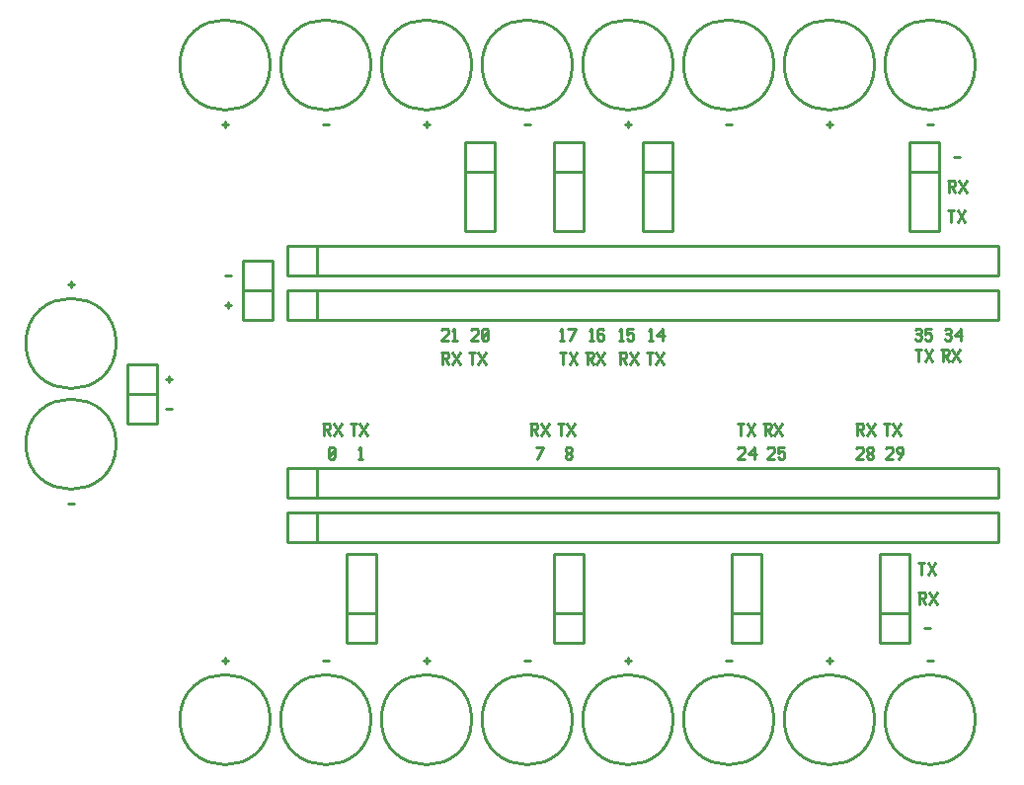
<source format=gbr>
G04 start of page 7 for group -4079 idx -4079 *
G04 Title: Lorcan, topsilk *
G04 Creator: pcb 4.2.2 *
G04 CreationDate: Fri Nov  6 00:57:51 2020 UTC *
G04 For: ericl *
G04 Format: Gerber/RS-274X *
G04 PCB-Dimensions (mil): 3420.00 2710.00 *
G04 PCB-Coordinate-Origin: lower left *
%MOIN*%
%FSLAX25Y25*%
%LNTOPSILK*%
%ADD36C,0.0100*%
G54D36*X194000Y113500D02*X194500Y113000D01*
X194000Y114300D02*Y113500D01*
Y114300D02*X194700Y115000D01*
X195300D01*
X196000Y114300D01*
Y113500D01*
X195500Y113000D02*X196000Y113500D01*
X194500Y113000D02*X195500D01*
X194000Y115700D02*X194700Y115000D01*
X194000Y116500D02*Y115700D01*
Y116500D02*X194500Y117000D01*
X195500D01*
X196000Y116500D01*
Y115700D01*
X195300Y115000D02*X196000Y115700D01*
X262000Y116500D02*X262500Y117000D01*
X264000D01*
X264500Y116500D01*
Y115500D01*
X262000Y113000D02*X264500Y115500D01*
X262000Y113000D02*X264500D01*
X265700Y117000D02*X267700D01*
X265700D02*Y115000D01*
X266200Y115500D01*
X267200D01*
X267700Y115000D01*
Y113500D01*
X267200Y113000D02*X267700Y113500D01*
X266200Y113000D02*X267200D01*
X265700Y113500D02*X266200Y113000D01*
X252000Y116500D02*X252500Y117000D01*
X254000D01*
X254500Y116500D01*
Y115500D01*
X252000Y113000D02*X254500Y115500D01*
X252000Y113000D02*X254500D01*
X255700Y114500D02*X257700Y117000D01*
X255700Y114500D02*X258200D01*
X257700Y117000D02*Y113000D01*
X292000Y116500D02*X292500Y117000D01*
X294000D01*
X294500Y116500D01*
Y115500D01*
X292000Y113000D02*X294500Y115500D01*
X292000Y113000D02*X294500D01*
X295700Y113500D02*X296200Y113000D01*
X295700Y114300D02*Y113500D01*
Y114300D02*X296400Y115000D01*
X297000D01*
X297700Y114300D01*
Y113500D01*
X297200Y113000D02*X297700Y113500D01*
X296200Y113000D02*X297200D01*
X295700Y115700D02*X296400Y115000D01*
X295700Y116500D02*Y115700D01*
Y116500D02*X296200Y117000D01*
X297200D01*
X297700Y116500D01*
Y115700D01*
X297000Y115000D02*X297700Y115700D01*
X302000Y116500D02*X302500Y117000D01*
X304000D01*
X304500Y116500D01*
Y115500D01*
X302000Y113000D02*X304500Y115500D01*
X302000Y113000D02*X304500D01*
X306200D02*X307700Y115000D01*
Y116500D02*Y115000D01*
X307200Y117000D02*X307700Y116500D01*
X306200Y117000D02*X307200D01*
X305700Y116500D02*X306200Y117000D01*
X305700Y116500D02*Y115500D01*
X306200Y115000D01*
X307700D01*
X292000Y125000D02*X294000D01*
X294500Y124500D01*
Y123500D01*
X294000Y123000D02*X294500Y123500D01*
X292500Y123000D02*X294000D01*
X292500Y125000D02*Y121000D01*
X293300Y123000D02*X294500Y121000D01*
X295700D02*X298200Y125000D01*
X295700D02*X298200Y121000D01*
X301200Y125000D02*X303200D01*
X302200D02*Y121000D01*
X304400D02*X306900Y125000D01*
X304400D02*X306900Y121000D01*
X252000Y125000D02*X254000D01*
X253000D02*Y121000D01*
X255200D02*X257700Y125000D01*
X255200D02*X257700Y121000D01*
X260700Y125000D02*X262700D01*
X263200Y124500D01*
Y123500D01*
X262700Y123000D02*X263200Y123500D01*
X261200Y123000D02*X262700D01*
X261200Y125000D02*Y121000D01*
X262000Y123000D02*X263200Y121000D01*
X264400D02*X266900Y125000D01*
X264400D02*X266900Y121000D01*
X312000Y156500D02*X312500Y157000D01*
X313500D01*
X314000Y156500D01*
X313500Y153000D02*X314000Y153500D01*
X312500Y153000D02*X313500D01*
X312000Y153500D02*X312500Y153000D01*
Y155200D02*X313500D01*
X314000Y156500D02*Y155700D01*
Y154700D02*Y153500D01*
Y154700D02*X313500Y155200D01*
X314000Y155700D02*X313500Y155200D01*
X315200Y157000D02*X317200D01*
X315200D02*Y155000D01*
X315700Y155500D01*
X316700D01*
X317200Y155000D01*
Y153500D01*
X316700Y153000D02*X317200Y153500D01*
X315700Y153000D02*X316700D01*
X315200Y153500D02*X315700Y153000D01*
X322000Y156500D02*X322500Y157000D01*
X323500D01*
X324000Y156500D01*
X323500Y153000D02*X324000Y153500D01*
X322500Y153000D02*X323500D01*
X322000Y153500D02*X322500Y153000D01*
Y155200D02*X323500D01*
X324000Y156500D02*Y155700D01*
Y154700D02*Y153500D01*
Y154700D02*X323500Y155200D01*
X324000Y155700D02*X323500Y155200D01*
X325200Y154500D02*X327200Y157000D01*
X325200Y154500D02*X327700D01*
X327200Y157000D02*Y153000D01*
X312000Y150000D02*X314000D01*
X313000D02*Y146000D01*
X315200D02*X317700Y150000D01*
X315200D02*X317700Y146000D01*
X320700Y150000D02*X322700D01*
X323200Y149500D01*
Y148500D01*
X322700Y148000D02*X323200Y148500D01*
X321200Y148000D02*X322700D01*
X321200Y150000D02*Y146000D01*
X322000Y148000D02*X323200Y146000D01*
X324400D02*X326900Y150000D01*
X324400D02*X326900Y146000D01*
X323000Y207000D02*X325000D01*
X325500Y206500D01*
Y205500D01*
X325000Y205000D02*X325500Y205500D01*
X323500Y205000D02*X325000D01*
X323500Y207000D02*Y203000D01*
X324300Y205000D02*X325500Y203000D01*
X326700D02*X329200Y207000D01*
X326700D02*X329200Y203000D01*
X325000Y215000D02*X327000D01*
X323000Y197000D02*X325000D01*
X324000D02*Y193000D01*
X326200D02*X328700Y197000D01*
X326200D02*X328700Y193000D01*
X212000Y149000D02*X214000D01*
X214500Y148500D01*
Y147500D01*
X214000Y147000D02*X214500Y147500D01*
X212500Y147000D02*X214000D01*
X212500Y149000D02*Y145000D01*
X213300Y147000D02*X214500Y145000D01*
X215700D02*X218200Y149000D01*
X215700D02*X218200Y145000D01*
X221200Y149000D02*X223200D01*
X222200D02*Y145000D01*
X224400D02*X226900Y149000D01*
X224400D02*X226900Y145000D01*
X180000Y226000D02*X182000D01*
X146000D02*X148000D01*
X147000Y227000D02*Y225000D01*
X214000Y226000D02*X216000D01*
X215000Y227000D02*Y225000D01*
X248000Y226000D02*X250000D01*
X282000D02*X284000D01*
X283000Y227000D02*Y225000D01*
X316000Y226000D02*X318000D01*
X79000Y165000D02*X81000D01*
X80000Y166000D02*Y164000D01*
X79000Y175000D02*X81000D01*
X59000Y130000D02*X61000D01*
X59000Y140000D02*X61000D01*
X60000Y141000D02*Y139000D01*
X78000Y45000D02*X80000D01*
X79000Y46000D02*Y44000D01*
X26000Y172000D02*X28000D01*
X27000Y173000D02*Y171000D01*
X26000Y98000D02*X28000D01*
X78000Y226000D02*X80000D01*
X79000Y227000D02*Y225000D01*
X112000Y226000D02*X114000D01*
Y113500D02*X114500Y113000D01*
X114000Y116500D02*Y113500D01*
Y116500D02*X114500Y117000D01*
X115500D01*
X116000Y116500D01*
Y113500D01*
X115500Y113000D02*X116000Y113500D01*
X114500Y113000D02*X115500D01*
X114000Y114000D02*X116000Y116000D01*
X124000Y116200D02*X124800Y117000D01*
Y113000D01*
X124000D02*X125500D01*
X112000Y125000D02*X114000D01*
X114500Y124500D01*
Y123500D01*
X114000Y123000D02*X114500Y123500D01*
X112500Y123000D02*X114000D01*
X112500Y125000D02*Y121000D01*
X113300Y123000D02*X114500Y121000D01*
X115700D02*X118200Y125000D01*
X115700D02*X118200Y121000D01*
X121200Y125000D02*X123200D01*
X122200D02*Y121000D01*
X124400D02*X126900Y125000D01*
X124400D02*X126900Y121000D01*
X162000Y156500D02*X162500Y157000D01*
X164000D01*
X164500Y156500D01*
Y155500D01*
X162000Y153000D02*X164500Y155500D01*
X162000Y153000D02*X164500D01*
X165700Y153500D02*X166200Y153000D01*
X165700Y156500D02*Y153500D01*
Y156500D02*X166200Y157000D01*
X167200D01*
X167700Y156500D01*
Y153500D01*
X167200Y153000D02*X167700Y153500D01*
X166200Y153000D02*X167200D01*
X165700Y154000D02*X167700Y156000D01*
X152000Y156500D02*X152500Y157000D01*
X154000D01*
X154500Y156500D01*
Y155500D01*
X152000Y153000D02*X154500Y155500D01*
X152000Y153000D02*X154500D01*
X155700Y156200D02*X156500Y157000D01*
Y153000D01*
X155700D02*X157200D01*
X152000Y149000D02*X154000D01*
X154500Y148500D01*
Y147500D01*
X154000Y147000D02*X154500Y147500D01*
X152500Y147000D02*X154000D01*
X152500Y149000D02*Y145000D01*
X153300Y147000D02*X154500Y145000D01*
X155700D02*X158200Y149000D01*
X155700D02*X158200Y145000D01*
X161200Y149000D02*X163200D01*
X162200D02*Y145000D01*
X164400D02*X166900Y149000D01*
X164400D02*X166900Y145000D01*
X192000Y149000D02*X194000D01*
X193000D02*Y145000D01*
X195200D02*X197700Y149000D01*
X195200D02*X197700Y145000D01*
X200700Y149000D02*X202700D01*
X203200Y148500D01*
Y147500D01*
X202700Y147000D02*X203200Y147500D01*
X201200Y147000D02*X202700D01*
X201200Y149000D02*Y145000D01*
X202000Y147000D02*X203200Y145000D01*
X204400D02*X206900Y149000D01*
X204400D02*X206900Y145000D01*
X192000Y156200D02*X192800Y157000D01*
Y153000D01*
X192000D02*X193500D01*
X195200D02*X197200Y157000D01*
X194700D02*X197200D01*
X202000Y156200D02*X202800Y157000D01*
Y153000D01*
X202000D02*X203500D01*
X206200Y157000D02*X206700Y156500D01*
X205200Y157000D02*X206200D01*
X204700Y156500D02*X205200Y157000D01*
X204700Y156500D02*Y153500D01*
X205200Y153000D01*
X206200Y155200D02*X206700Y154700D01*
X204700Y155200D02*X206200D01*
X205200Y153000D02*X206200D01*
X206700Y153500D01*
Y154700D02*Y153500D01*
X212000Y156200D02*X212800Y157000D01*
Y153000D01*
X212000D02*X213500D01*
X214700Y157000D02*X216700D01*
X214700D02*Y155000D01*
X215200Y155500D01*
X216200D01*
X216700Y155000D01*
Y153500D01*
X216200Y153000D02*X216700Y153500D01*
X215200Y153000D02*X216200D01*
X214700Y153500D02*X215200Y153000D01*
X222000Y156200D02*X222800Y157000D01*
Y153000D01*
X222000D02*X223500D01*
X224700Y154500D02*X226700Y157000D01*
X224700Y154500D02*X227200D01*
X226700Y157000D02*Y153000D01*
X112000Y45000D02*X114000D01*
X146000D02*X148000D01*
X147000Y46000D02*Y44000D01*
X180000Y45000D02*X182000D01*
X214000D02*X216000D01*
X215000Y46000D02*Y44000D01*
X248000Y45000D02*X250000D01*
X282000D02*X284000D01*
X283000Y46000D02*Y44000D01*
X316000Y45000D02*X318000D01*
X315000Y56000D02*X317000D01*
X313000Y78000D02*X315000D01*
X314000D02*Y74000D01*
X316200D02*X318700Y78000D01*
X316200D02*X318700Y74000D01*
X313000Y68000D02*X315000D01*
X315500Y67500D01*
Y66500D01*
X315000Y66000D02*X315500Y66500D01*
X313500Y66000D02*X315000D01*
X313500Y68000D02*Y64000D01*
X314300Y66000D02*X315500Y64000D01*
X316700D02*X319200Y68000D01*
X316700D02*X319200Y64000D01*
X184500Y113000D02*X186500Y117000D01*
X184000D02*X186500D01*
X182000Y125000D02*X184000D01*
X184500Y124500D01*
Y123500D01*
X184000Y123000D02*X184500Y123500D01*
X182500Y123000D02*X184000D01*
X182500Y125000D02*Y121000D01*
X183300Y123000D02*X184500Y121000D01*
X185700D02*X188200Y125000D01*
X185700D02*X188200Y121000D01*
X191200Y125000D02*X193200D01*
X192200D02*Y121000D01*
X194400D02*X196900Y125000D01*
X194400D02*X196900Y121000D01*
X11764Y152000D02*G75*G03X11764Y152000I15236J0D01*G01*
Y118000D02*G75*G03X11764Y118000I15236J0D01*G01*
X97764Y25000D02*G75*G03X97764Y25000I15236J0D01*G01*
X165764D02*G75*G03X165764Y25000I15236J0D01*G01*
X131764D02*G75*G03X131764Y25000I15236J0D01*G01*
X63764D02*G75*G03X63764Y25000I15236J0D01*G01*
X56000Y145000D02*Y125000D01*
X46000Y145000D02*X56000D01*
X46000D02*Y125000D01*
X56000D01*
X46000Y135000D02*X56000D01*
X46000D02*Y125000D01*
X100000Y100000D02*X340000D01*
Y110000D02*Y100000D01*
X100000Y110000D02*X340000D01*
X100000D02*Y100000D01*
X110000Y110000D02*Y100000D01*
X100000Y110000D02*X110000D01*
X260000Y81000D02*Y51000D01*
X250000Y81000D02*X260000D01*
X250000D02*Y51000D01*
X260000D01*
X250000Y61000D02*X260000D01*
X250000D02*Y51000D01*
X310000Y81000D02*Y51000D01*
X300000Y81000D02*X310000D01*
X300000D02*Y51000D01*
X310000D01*
X300000Y61000D02*X310000D01*
X300000D02*Y51000D01*
X200000Y81000D02*Y51000D01*
X190000Y81000D02*X200000D01*
X190000D02*Y51000D01*
X200000D01*
X190000Y61000D02*X200000D01*
X190000D02*Y51000D01*
X130000Y81000D02*Y51000D01*
X120000Y81000D02*X130000D01*
X120000D02*Y51000D01*
X130000D01*
X120000Y61000D02*X130000D01*
X120000D02*Y51000D01*
X100000Y85000D02*X340000D01*
Y95000D02*Y85000D01*
X100000Y95000D02*X340000D01*
X100000D02*Y85000D01*
X110000Y95000D02*Y85000D01*
X100000Y95000D02*X110000D01*
X233764Y25000D02*G75*G03X233764Y25000I15236J0D01*G01*
X199764D02*G75*G03X199764Y25000I15236J0D01*G01*
X301764D02*G75*G03X301764Y25000I15236J0D01*G01*
X267764D02*G75*G03X267764Y25000I15236J0D01*G01*
X100000Y160000D02*X340000D01*
Y170000D02*Y160000D01*
X100000Y170000D02*X340000D01*
X100000D02*Y160000D01*
X110000Y170000D02*Y160000D01*
X100000Y170000D02*X110000D01*
X190000Y220000D02*Y190000D01*
X200000D01*
Y220000D01*
X190000D01*
Y210000D02*X200000D01*
Y220000D01*
X220000D02*Y190000D01*
X230000D01*
Y220000D01*
X220000D01*
Y210000D02*X230000D01*
Y220000D01*
X310000D02*Y190000D01*
X320000D01*
Y220000D01*
X310000D01*
Y210000D02*X320000D01*
Y220000D01*
X100000Y175000D02*X340000D01*
Y185000D02*Y175000D01*
X100000Y185000D02*X340000D01*
X100000D02*Y175000D01*
X110000Y185000D02*Y175000D01*
X100000Y185000D02*X110000D01*
X97764Y246000D02*G75*G03X97764Y246000I15236J0D01*G01*
X131764Y246000D02*G75*G03X131764Y246000I15236J0D01*G01*
X63764Y246000D02*G75*G03X63764Y246000I15236J0D01*G01*
X165764Y246000D02*G75*G03X165764Y246000I15236J0D01*G01*
X233764Y246000D02*G75*G03X233764Y246000I15236J0D01*G01*
X199764Y246000D02*G75*G03X199764Y246000I15236J0D01*G01*
X301764Y246000D02*G75*G03X301764Y246000I15236J0D01*G01*
X267764Y246000D02*G75*G03X267764Y246000I15236J0D01*G01*
X160000Y220000D02*Y190000D01*
X170000D01*
Y220000D01*
X160000D01*
Y210000D02*X170000D01*
Y220000D01*
X85000Y180000D02*Y160000D01*
X95000D01*
Y180000D02*Y160000D01*
X85000Y180000D02*X95000D01*
X85000Y170000D02*X95000D01*
Y180000D02*Y170000D01*
M02*

</source>
